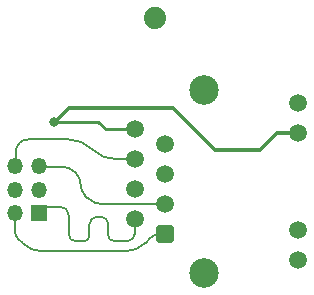
<source format=gbr>
%TF.GenerationSoftware,KiCad,Pcbnew,(6.0.9)*%
%TF.CreationDate,2023-02-20T13:31:34+11:00*%
%TF.ProjectId,PHY,5048592e-6b69-4636-9164-5f7063625858,rev?*%
%TF.SameCoordinates,Original*%
%TF.FileFunction,Copper,L2,Bot*%
%TF.FilePolarity,Positive*%
%FSLAX46Y46*%
G04 Gerber Fmt 4.6, Leading zero omitted, Abs format (unit mm)*
G04 Created by KiCad (PCBNEW (6.0.9)) date 2023-02-20 13:31:34*
%MOMM*%
%LPD*%
G01*
G04 APERTURE LIST*
G04 Aperture macros list*
%AMRoundRect*
0 Rectangle with rounded corners*
0 $1 Rounding radius*
0 $2 $3 $4 $5 $6 $7 $8 $9 X,Y pos of 4 corners*
0 Add a 4 corners polygon primitive as box body*
4,1,4,$2,$3,$4,$5,$6,$7,$8,$9,$2,$3,0*
0 Add four circle primitives for the rounded corners*
1,1,$1+$1,$2,$3*
1,1,$1+$1,$4,$5*
1,1,$1+$1,$6,$7*
1,1,$1+$1,$8,$9*
0 Add four rect primitives between the rounded corners*
20,1,$1+$1,$2,$3,$4,$5,0*
20,1,$1+$1,$4,$5,$6,$7,0*
20,1,$1+$1,$6,$7,$8,$9,0*
20,1,$1+$1,$8,$9,$2,$3,0*%
G04 Aperture macros list end*
%TA.AperFunction,ComponentPad*%
%ADD10C,1.879600*%
%TD*%
%TA.AperFunction,ComponentPad*%
%ADD11R,1.350000X1.350000*%
%TD*%
%TA.AperFunction,ComponentPad*%
%ADD12O,1.350000X1.350000*%
%TD*%
%TA.AperFunction,ComponentPad*%
%ADD13C,2.500000*%
%TD*%
%TA.AperFunction,ComponentPad*%
%ADD14C,1.500000*%
%TD*%
%TA.AperFunction,ComponentPad*%
%ADD15RoundRect,0.250500X0.499500X-0.499500X0.499500X0.499500X-0.499500X0.499500X-0.499500X-0.499500X0*%
%TD*%
%TA.AperFunction,ViaPad*%
%ADD16C,0.800000*%
%TD*%
%TA.AperFunction,Conductor*%
%ADD17C,0.304800*%
%TD*%
%TA.AperFunction,Conductor*%
%ADD18C,0.200000*%
%TD*%
%TA.AperFunction,Conductor*%
%ADD19C,0.250000*%
%TD*%
G04 APERTURE END LIST*
D10*
%TO.P,J3,1,Pin_1*%
%TO.N,/CASE*%
X123621800Y-73761600D03*
%TD*%
D11*
%TO.P,J1,1,Pin_1*%
%TO.N,/T-*%
X113801400Y-90315800D03*
D12*
%TO.P,J1,2,Pin_2*%
%TO.N,/T+*%
X111801400Y-90315800D03*
%TO.P,J1,3,Pin_3*%
%TO.N,/LEDY_A*%
X113801400Y-88315800D03*
%TO.P,J1,4,Pin_4*%
%TO.N,GND*%
X111801400Y-88315800D03*
%TO.P,J1,5,Pin_5*%
%TO.N,/R+*%
X113801400Y-86315800D03*
%TO.P,J1,6,Pin_6*%
%TO.N,/R-*%
X111801400Y-86315800D03*
%TD*%
D13*
%TO.P,J2,SH*%
%TO.N,/CASE*%
X127750000Y-95380000D03*
X127750000Y-79890000D03*
D14*
%TO.P,J2,12*%
%TO.N,/LEDY_A*%
X135700000Y-81010000D03*
%TO.P,J2,11*%
%TO.N,GND*%
X135700000Y-83550000D03*
%TO.P,J2,10*%
%TO.N,/LEDG_A*%
X135700000Y-91720000D03*
%TO.P,J2,9*%
%TO.N,/LEDG_K*%
X135700000Y-94260000D03*
%TO.P,J2,8*%
%TO.N,GND*%
X121900000Y-83195000D03*
%TO.P,J2,7*%
%TO.N,unconnected-(J2-Pad7)*%
X124440000Y-84455000D03*
%TO.P,J2,6*%
%TO.N,/R-*%
X121900000Y-85735000D03*
%TO.P,J2,5*%
%TO.N,/RC*%
X124440000Y-86995000D03*
%TO.P,J2,4*%
X121900000Y-88275000D03*
%TO.P,J2,3*%
%TO.N,/R+*%
X124440000Y-89535000D03*
%TO.P,J2,2*%
%TO.N,/T-*%
X121900000Y-90815000D03*
D15*
%TO.P,J2,1*%
%TO.N,/T+*%
X124440000Y-92075000D03*
%TD*%
D16*
%TO.N,GND*%
X115062000Y-82550000D03*
%TD*%
D17*
%TO.N,GND*%
X116306600Y-81407000D02*
X115163600Y-82550000D01*
X125120400Y-81407000D02*
X116306600Y-81407000D01*
X128701800Y-84988400D02*
X125120400Y-81407000D01*
X132486400Y-84988400D02*
X128701800Y-84988400D01*
X133924800Y-83550000D02*
X132486400Y-84988400D01*
X115163600Y-82550000D02*
X115062000Y-82550000D01*
X135700000Y-83550000D02*
X133924800Y-83550000D01*
D18*
%TO.N,/R-*%
X120353864Y-85735014D02*
G75*
G02*
X118318200Y-84891800I36J2878914D01*
G01*
X112883499Y-84048600D02*
X114985800Y-84048600D01*
X118318190Y-84891810D02*
G75*
G03*
X116282535Y-84048600I-2035690J-2035690D01*
G01*
X111826800Y-86315800D02*
X111826800Y-85105299D01*
X120353864Y-85735000D02*
X121900000Y-85735000D01*
X112883499Y-84048600D02*
G75*
G03*
X112136300Y-84358100I1J-1056700D01*
G01*
X112136300Y-84358100D02*
G75*
G03*
X111826800Y-85105299I747200J-747200D01*
G01*
X114985800Y-84048600D02*
X116282535Y-84048600D01*
%TO.N,/R+*%
X113871000Y-86360000D02*
X113826800Y-86315800D01*
X115718261Y-86360000D02*
X114960400Y-86360000D01*
X116918488Y-86895688D02*
X116852700Y-86829900D01*
X117868700Y-88988900D02*
X117726711Y-88846911D01*
X115718261Y-86360017D02*
G75*
G02*
X116852699Y-86829901I39J-1604283D01*
G01*
X114960400Y-86360000D02*
X113871000Y-86360000D01*
X117322594Y-87871300D02*
G75*
G03*
X117726712Y-88846910I1379706J0D01*
G01*
X116918483Y-86895693D02*
G75*
G02*
X117322600Y-87871300I-975583J-975607D01*
G01*
X117868699Y-88988901D02*
G75*
G03*
X119187102Y-89535000I1318401J1318401D01*
G01*
X124440000Y-89535000D02*
X119187102Y-89535000D01*
%TO.N,/T-*%
X116306588Y-90475328D02*
G75*
G03*
X116090700Y-89954100I-737088J28D01*
G01*
X115569471Y-89738212D02*
G75*
G02*
X116090700Y-89954100I29J-737088D01*
G01*
X114115593Y-90026993D02*
G75*
G02*
X114812824Y-89738200I697207J-697207D01*
G01*
X121900000Y-92042934D02*
X121900000Y-90815000D01*
X120154326Y-92659200D02*
X121283734Y-92659200D01*
X119634000Y-91165486D02*
X119634000Y-92138873D01*
X118709607Y-90601800D02*
X119070313Y-90601800D01*
X118059200Y-92207634D02*
X118059200Y-91252207D01*
X116913647Y-92684600D02*
X117582234Y-92684600D01*
X115569471Y-89738200D02*
X114812824Y-89738200D01*
X114115600Y-90027000D02*
X113826800Y-90315800D01*
X121900014Y-92042934D02*
G75*
G02*
X121719500Y-92478700I-616314J34D01*
G01*
X121719490Y-92478690D02*
G75*
G02*
X121283734Y-92659200I-435790J435790D01*
G01*
X120154326Y-92659189D02*
G75*
G02*
X119786400Y-92506800I-26J520289D01*
G01*
X119786392Y-92506808D02*
G75*
G02*
X119634000Y-92138873I367908J367908D01*
G01*
X119634005Y-91165486D02*
G75*
G03*
X119468900Y-90766900I-563705J-14D01*
G01*
X119468896Y-90766904D02*
G75*
G03*
X119070313Y-90601800I-398596J-398596D01*
G01*
X118709607Y-90601804D02*
G75*
G03*
X118249701Y-90792301I-7J-650396D01*
G01*
X116306600Y-90475328D02*
X116306600Y-92077552D01*
X118249698Y-90792298D02*
G75*
G03*
X118059200Y-91252207I459902J-459902D01*
G01*
X116913647Y-92684580D02*
G75*
G02*
X116484400Y-92506800I-47J606980D01*
G01*
X117919490Y-92544890D02*
G75*
G02*
X117582234Y-92684600I-337290J337290D01*
G01*
X118059214Y-92207634D02*
G75*
G02*
X117919500Y-92544900I-477014J34D01*
G01*
X116484386Y-92506814D02*
G75*
G02*
X116306600Y-92077552I429214J429214D01*
G01*
%TO.N,/T+*%
X111760000Y-90382600D02*
X111826800Y-90315800D01*
X111760000Y-91821000D02*
X111760000Y-90382600D01*
X112420366Y-92862434D02*
G75*
G03*
X114014746Y-93522800I1594334J1594434D01*
G01*
X121074050Y-93522821D02*
G75*
G03*
X122821700Y-92798900I-50J2471621D01*
G01*
X124440000Y-92075000D02*
X123992800Y-92075000D01*
X111759996Y-91821000D02*
G75*
G03*
X112029407Y-92471407I919804J0D01*
G01*
X123229381Y-92391218D02*
X122821700Y-92798900D01*
X121074050Y-93522800D02*
X114014746Y-93522800D01*
X112420400Y-92862400D02*
X112029407Y-92471407D01*
X123229389Y-92391226D02*
G75*
G02*
X123992800Y-92075000I763411J-763374D01*
G01*
%TO.N,/R-*%
X111804200Y-86315800D02*
X111760000Y-86360000D01*
X111826800Y-86315800D02*
X111804200Y-86315800D01*
D19*
%TO.N,GND*%
X119463900Y-83195000D02*
X121900000Y-83195000D01*
X115062000Y-82550000D02*
X118818900Y-82550000D01*
X118818900Y-82550000D02*
X119463900Y-83195000D01*
D18*
%TO.N,/R-*%
X111760000Y-86360000D02*
X111760000Y-86042500D01*
%TD*%
M02*

</source>
